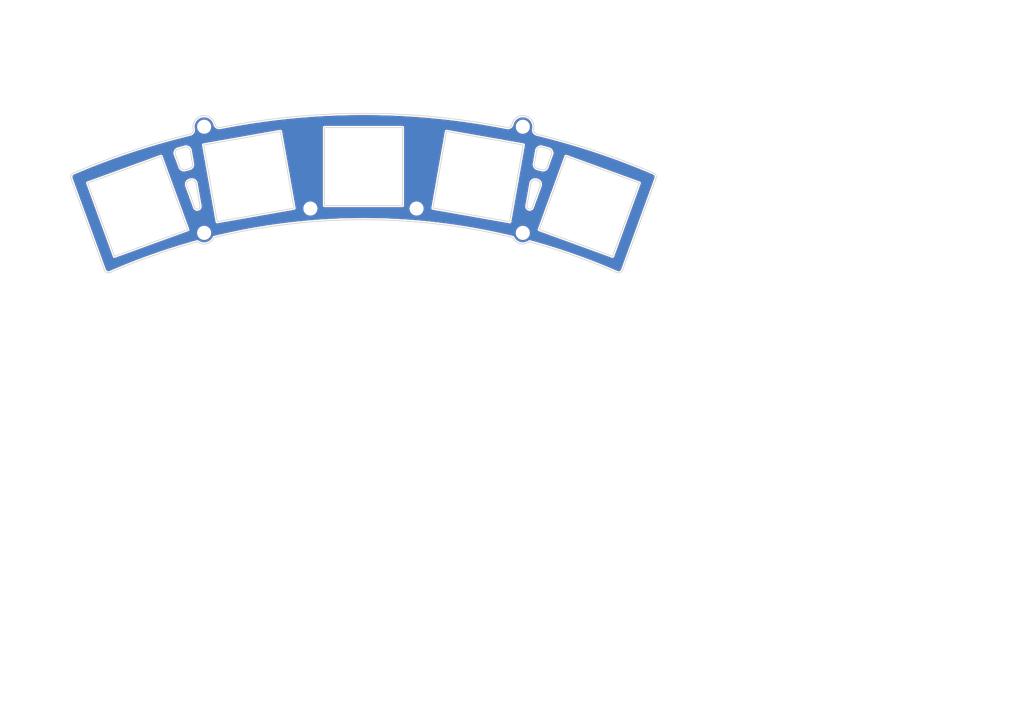
<source format=kicad_pcb>
(kicad_pcb (version 20210228) (generator pcbnew)
  (title_block (rev "1") (company "@e3w2q"))
  (layers (0 "F.Cu" signal) (31 "B.Cu" signal) (34 "B.Paste" user) (35 "F.Paste" user) (36 "B.SilkS" user "B.Silkscreen") (37 "F.SilkS" user "F.Silkscreen") (38 "B.Mask" user) (39 "F.Mask" user) (44 "Edge.Cuts" user))
  (net 0 "")
  (footprint "#footprint:Keyswitch_Plate_Hole" (layer "F.Cu") (at 106.550702 60.933434)
    (fp_text reference "SW28" hide)
    (fp_text value "SW_Push" hide)
    (fp_line (start 7 -7) (end -7 -7) (layer "Edge.Cuts") (width 0.15))
    (fp_line (start 7 7) (end -7 7) (layer "Edge.Cuts") (width 0.15))
    (fp_line (start 7 -7) (end 7 7) (layer "Edge.Cuts") (width 0.15))
    (fp_line (start -7 -7) (end -7 7) (layer "Edge.Cuts") (width 0.15))
  )
  (footprint "#footprint:Keyswitch_Plate_Hole" (layer "F.Cu") (at 127.108418 62.732608 -10)
    (fp_text reference "SW29" hide)
    (fp_text value "SW_Push" hide)
    (fp_line (start 7 -7) (end 7 7) (layer "Edge.Cuts") (width 0.15))
    (fp_line (start 7 -7) (end -7 -7) (layer "Edge.Cuts") (width 0.15))
    (fp_line (start -7 -7) (end -7 7) (layer "Edge.Cuts") (width 0.15))
    (fp_line (start 7 7) (end -7 7) (layer "Edge.Cuts") (width 0.15))
  )
  (footprint "#footprint:Keyswitch_Plate_Hole" (layer "F.Cu") (at 66.064039 68.072436 20)
    (fp_text reference "SW26" hide)
    (fp_text value "SW_Push" hide)
    (fp_line (start 7 -7) (end 7 7) (layer "Edge.Cuts") (width 0.15))
    (fp_line (start 7 7) (end -7 7) (layer "Edge.Cuts") (width 0.15))
    (fp_line (start -7 -7) (end -7 7) (layer "Edge.Cuts") (width 0.15))
    (fp_line (start 7 -7) (end -7 -7) (layer "Edge.Cuts") (width 0.15))
  )
  (footprint "#footprint:M2_Hole" (layer "F.Cu") (at 97.025698 68.474059)
    (fp_text reference "H9" hide)
    (fp_text value "MountingHole" hide)
    (pad "" np_thru_hole circle (at 0 0) (size 1.95 1.95) (drill 1.95) (layers F&B.Cu *.Mask))
  )
  (footprint "#footprint:Keyswitch_Plate_Hole" (layer "F.Cu") (at 147.046043 68.07311 -20)
    (fp_text reference "SW30" hide)
    (fp_text value "SW_Push" hide)
    (fp_line (start 7 7) (end -7 7) (layer "Edge.Cuts") (width 0.15))
    (fp_line (start 7 -7) (end -7 -7) (layer "Edge.Cuts") (width 0.15))
    (fp_line (start -7 -7) (end -7 7) (layer "Edge.Cuts") (width 0.15))
    (fp_line (start 7 -7) (end 7 7) (layer "Edge.Cuts") (width 0.15))
  )
  (footprint "#footprint:M2_Hole" (layer "F.Cu") (at 135.125695 72.839684)
    (fp_text reference "H8" hide)
    (fp_text value "MountingHole" hide)
    (pad "" np_thru_hole circle (at 0 0) (size 1.95 1.95) (drill 1.95) (layers F&B.Cu *.Mask))
  )
  (footprint "#footprint:M2_Hole" (layer "F.Cu") (at 135.125647 53.78992)
    (fp_text reference "H7" hide)
    (fp_text value "MountingHole" hide)
    (pad "" np_thru_hole circle (at 0 0) (size 1.95 1.95) (drill 1.95) (layers F&B.Cu *.Mask))
  )
  (footprint "#footprint:M2_Hole" (layer "F.Cu") (at 77.975695 53.789687)
    (fp_text reference "H10" hide)
    (fp_text value "MountingHole" hide)
    (pad "" np_thru_hole circle (at 0 0) (size 1.95 1.95) (drill 1.95) (layers F&B.Cu *.Mask))
  )
  (footprint "#footprint:M2_Hole" (layer "F.Cu") (at 77.97569 72.839687)
    (fp_text reference "H9" hide)
    (fp_text value "MountingHole" hide)
    (pad "" np_thru_hole circle (at 0 0) (size 1.95 1.95) (drill 1.95) (layers F&B.Cu *.Mask))
  )
  (footprint "#footprint:M2_Hole" (layer "F.Cu") (at 116.075697 68.474057)
    (fp_text reference "H9" hide)
    (fp_text value "MountingHole" hide)
    (pad "" np_thru_hole circle (at 0 0) (size 1.95 1.95) (drill 1.95) (layers F&B.Cu *.Mask))
  )
  (footprint "#footprint:M2_Hole" (layer "F.Cu") (at 97.025701 68.474061)
    (fp_text reference "H9" hide)
    (fp_text value "MountingHole" hide)
    (pad "" np_thru_hole circle (at 0 0) (size 1.95 1.95) (drill 1.95) (layers F&B.Cu *.Mask))
  )
  (footprint "#footprint:Keyswitch_Plate_Hole" (layer "F.Cu") (at 85.989972 62.730055 10)
    (fp_text reference "SW27" hide)
    (fp_text value "SW_Push" hide)
    (fp_line (start 7 7) (end -7 7) (layer "Edge.Cuts") (width 0.15))
    (fp_line (start 7 -7) (end 7 7) (layer "Edge.Cuts") (width 0.15))
    (fp_line (start -7 -7) (end -7 7) (layer "Edge.Cuts") (width 0.15))
    (fp_line (start 7 -7) (end -7 -7) (layer "Edge.Cuts") (width 0.15))
  )
  (footprint "#footprint:M2_Hole" (layer "F.Cu") (at 116.0757 68.474059)
    (fp_text reference "H9" hide)
    (fp_text value "MountingHole" hide)
    (pad "" np_thru_hole circle (at 0 0) (size 1.95 1.95) (drill 1.95) (layers F&B.Cu *.Mask))
  )
  (gr_line (start 74.510553 57.447918) (end 73.351441 57.7585) (layer "Edge.Cuts") (width 0.15))
  (gr_arc (start 106.714442 183.057332) (end 158.60701 62.104526) (angle -9.632821634) (layer "Edge.Cuts") (width 0.15))
  (gr_arc (start 75.75627 64.106126) (end 76.522974 63.900688) (angle -90) (layer "Edge.Cuts") (width 0.15))
  (gr_arc (start 137.34188 64.108465) (end 136.575176 63.903027) (angle 90) (layer "Edge.Cuts") (width 0.15))
  (gr_arc (start 54.848742 62.808951) (end 54.110813 63.084139) (angle 90.9025555) (layer "Edge.Cuts") (width 0.15))
  (gr_line (start 138.587597 57.450257) (end 139.746709 57.760839) (layer "Edge.Cuts") (width 0.15))
  (gr_arc (start 75.259647 54.357016) (end 76.02635 54.151579) (angle 90) (layer "Edge.Cuts") (width 0.15))
  (gr_arc (start 77.975756 72.839905) (end 76.785074 74.427182) (angle -102.2) (layer "Edge.Cuts") (width 0.15))
  (gr_arc (start 106.594192 183.605882) (end 75.465084 55.123719) (angle -9.547659293) (layer "Edge.Cuts") (width 0.15))
  (gr_arc (start 106.543351 183.487652) (end 132.285567 53.941125) (angle -22.47140581) (layer "Edge.Cuts") (width 0.15))
  (gr_arc (start 106.559458 183.860373) (end 61.09904 79.959037) (angle 8.410538624) (layer "Edge.Cuts") (width 0.15))
  (gr_arc (start 135.125699 72.839905) (end 136.316381 74.427182) (angle 102.2) (layer "Edge.Cuts") (width 0.15))
  (gr_arc (start 132.4234 53.159435) (end 132.285567 53.941125) (angle -90) (layer "Edge.Cuts") (width 0.15))
  (gr_arc (start 60.827564 79.213158) (end 60.081685 79.484634) (angle -90) (layer "Edge.Cuts") (width 0.15))
  (gr_line (start 75.326807 61.305604) (end 74.573386 61.50748) (layer "Edge.Cuts") (width 0.15))
  (gr_arc (start 74.71599 58.214621) (end 75.482694 58.009184) (angle -90) (layer "Edge.Cuts") (width 0.15))
  (gr_arc (start 137.841318 54.359849) (end 137.074615 54.154412) (angle -90) (layer "Edge.Cuts") (width 0.15))
  (gr_line (start 159.013324 63.052521) (end 152.995698 79.573638) (layer "Edge.Cuts") (width 0.15))
  (gr_arc (start 135.125629 53.790049) (end 137.074615 54.154412) (angle -176.1984371) (layer "Edge.Cuts") (width 0.15))
  (gr_arc (start 75.12137 60.538899) (end 75.326807 61.305604) (angle -90) (layer "Edge.Cuts") (width 0.15))
  (gr_line (start 137.547318 63.341761) (end 137.701865 63.38317) (layer "Edge.Cuts") (width 0.15))
  (gr_line (start 73.601245 60.946215) (end 72.790176 58.730642) (layer "Edge.Cuts") (width 0.15))
  (gr_arc (start 138.730201 60.743118) (end 139.496905 60.948554) (angle 90) (layer "Edge.Cuts") (width 0.15))
  (gr_line (start 75.482694 58.009184) (end 75.888074 60.33346) (layer "Edge.Cuts") (width 0.15))
  (gr_arc (start 138.38216 58.21696) (end 137.615456 58.011523) (angle 90) (layer "Edge.Cuts") (width 0.15))
  (gr_arc (start 158.261536 62.813668) (end 159.013324 63.052521) (angle -81.65143666) (layer "Edge.Cuts") (width 0.15))
  (gr_arc (start 77.975956 53.790017) (end 76.02635 54.151579) (angle 176.0327365) (layer "Edge.Cuts") (width 0.15))
  (gr_line (start 77.245274 68.004826) (end 76.522974 63.900688) (layer "Edge.Cuts") (width 0.15))
  (gr_line (start 76.250498 68.238075) (end 74.835018 64.352975) (layer "Edge.Cuts") (width 0.15))
  (gr_arc (start 73.55688 58.525206) (end 73.351441 57.7585) (angle -90) (layer "Edge.Cuts") (width 0.15))
  (gr_line (start 139.496905 60.948554) (end 140.307974 58.732981) (layer "Edge.Cuts") (width 0.15))
  (gr_arc (start 106.550727 183.890759) (end 133.322649 73.668264) (angle -27.30437376) (layer "Edge.Cuts") (width 0.15))
  (gr_arc (start 75.601722 64.147536) (end 75.396285 63.380831) (angle -90) (layer "Edge.Cuts") (width 0.15))
  (gr_arc (start 76.738174 68.080027) (end 77.245274 68.004826) (angle 170.4785881) (layer "Edge.Cuts") (width 0.15))
  (gr_arc (start 80.677565 53.156602) (end 80.815398 53.938292) (angle 90) (layer "Edge.Cuts") (width 0.15))
  (gr_line (start 60.081685 79.484634) (end 54.110813 63.084139) (layer "Edge.Cuts") (width 0.15))
  (gr_line (start 137.615456 58.011523) (end 137.210076 60.335799) (layer "Edge.Cuts") (width 0.15))
  (gr_arc (start 137.97678 60.541238) (end 137.771343 61.307943) (angle 90) (layer "Edge.Cuts") (width 0.15))
  (gr_arc (start 139.54127 58.527545) (end 139.746709 57.760839) (angle 90) (layer "Edge.Cuts") (width 0.15))
  (gr_arc (start 136.359976 68.082366) (end 135.852876 68.007165) (angle -170.4785881) (layer "Edge.Cuts") (width 0.15))
  (gr_arc (start 152.309126 79.269212) (end 152.995698 79.573638) (angle 90.72453768) (layer "Edge.Cuts") (width 0.15))
  (gr_line (start 137.771343 61.307943) (end 138.524764 61.509819) (layer "Edge.Cuts") (width 0.15))
  (gr_line (start 135.852876 68.007165) (end 136.575176 63.903027) (layer "Edge.Cuts") (width 0.15))
  (gr_line (start 136.847652 68.240414) (end 138.263132 64.355314) (layer "Edge.Cuts") (width 0.15))
  (gr_line (start 75.550832 63.339422) (end 75.396285 63.380831) (layer "Edge.Cuts") (width 0.15))
  (gr_arc (start 74.367949 60.740779) (end 73.601245 60.946215) (angle -90) (layer "Edge.Cuts") (width 0.15))
  (gr_arc (start 106.443803 184.221253) (end 151.996041 79.951878) (angle -8.378607766) (layer "Edge.Cuts") (width 0.15))
  (gr_arc (start 137.496428 64.149875) (end 137.701865 63.38317) (angle 90) (layer "Edge.Cuts") (width 0.15))
  (zone (net 0) (net_name "") (layers F&B.Cu) (connect_pads (clearance 0.3)) (min_thickness 0.254) (fill yes (thermal_gap 0.508) (thermal_bridge_width 0.508))
    (polygon (pts (xy 225.028125 161.13125) (xy 41.365625 161.13125) (xy 41.365625 31.046875) (xy 225.028125 31.046875)))
  )
)
</source>
